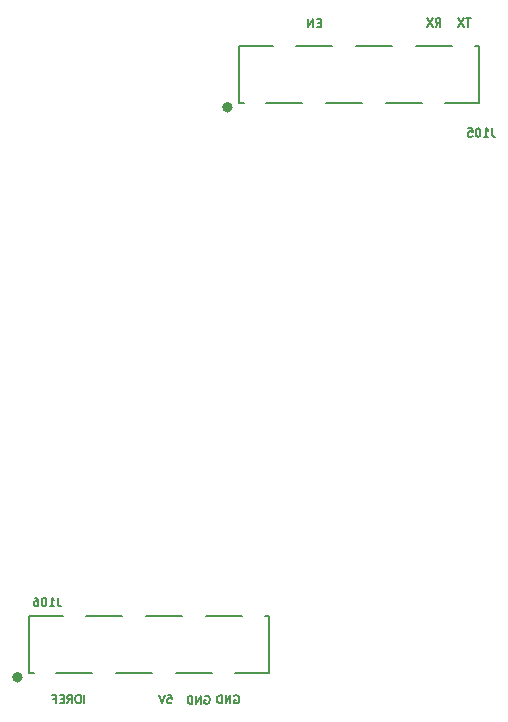
<source format=gbr>
G04 #@! TF.GenerationSoftware,KiCad,Pcbnew,(6.0.0-rc1-255-gd64ae52042)*
G04 #@! TF.CreationDate,2021-12-16T13:03:02+13:00*
G04 #@! TF.ProjectId,main_board,6d61696e-5f62-46f6-9172-642e6b696361,rev?*
G04 #@! TF.SameCoordinates,Original*
G04 #@! TF.FileFunction,Legend,Bot*
G04 #@! TF.FilePolarity,Positive*
%FSLAX46Y46*%
G04 Gerber Fmt 4.6, Leading zero omitted, Abs format (unit mm)*
G04 Created by KiCad (PCBNEW (6.0.0-rc1-255-gd64ae52042)) date 2021-12-16 13:03:02*
%MOMM*%
%LPD*%
G01*
G04 APERTURE LIST*
%ADD10C,0.175000*%
%ADD11C,0.200000*%
%ADD12C,0.500000*%
G04 APERTURE END LIST*
D10*
X160665516Y-112603655D02*
X160732183Y-112570321D01*
X160832183Y-112570321D01*
X160932183Y-112603655D01*
X160998850Y-112670321D01*
X161032183Y-112736988D01*
X161065516Y-112870321D01*
X161065516Y-112970321D01*
X161032183Y-113103655D01*
X160998850Y-113170321D01*
X160932183Y-113236988D01*
X160832183Y-113270321D01*
X160765516Y-113270321D01*
X160665516Y-113236988D01*
X160632183Y-113203655D01*
X160632183Y-112970321D01*
X160765516Y-112970321D01*
X160332183Y-113270321D02*
X160332183Y-112570321D01*
X159932183Y-113270321D01*
X159932183Y-112570321D01*
X159598850Y-113270321D02*
X159598850Y-112570321D01*
X159432183Y-112570321D01*
X159332183Y-112603655D01*
X159265516Y-112670321D01*
X159232183Y-112736988D01*
X159198850Y-112870321D01*
X159198850Y-112970321D01*
X159232183Y-113103655D01*
X159265516Y-113170321D01*
X159332183Y-113236988D01*
X159432183Y-113270321D01*
X159598850Y-113270321D01*
X170463383Y-55642200D02*
X170230050Y-55642200D01*
X170130050Y-56008866D02*
X170463383Y-56008866D01*
X170463383Y-55308866D01*
X170130050Y-55308866D01*
X169830050Y-56008866D02*
X169830050Y-55308866D01*
X169430050Y-56008866D01*
X169430050Y-55308866D01*
X183161783Y-55232666D02*
X182761783Y-55232666D01*
X182961783Y-55932666D02*
X182961783Y-55232666D01*
X182595116Y-55232666D02*
X182128450Y-55932666D01*
X182128450Y-55232666D02*
X182595116Y-55932666D01*
X184962600Y-64546066D02*
X184962600Y-65046066D01*
X184995933Y-65146066D01*
X185062600Y-65212733D01*
X185162600Y-65246066D01*
X185229266Y-65246066D01*
X184262600Y-65246066D02*
X184662600Y-65246066D01*
X184462600Y-65246066D02*
X184462600Y-64546066D01*
X184529266Y-64646066D01*
X184595933Y-64712733D01*
X184662600Y-64746066D01*
X183829266Y-64546066D02*
X183762600Y-64546066D01*
X183695933Y-64579400D01*
X183662600Y-64612733D01*
X183629266Y-64679400D01*
X183595933Y-64812733D01*
X183595933Y-64979400D01*
X183629266Y-65112733D01*
X183662600Y-65179400D01*
X183695933Y-65212733D01*
X183762600Y-65246066D01*
X183829266Y-65246066D01*
X183895933Y-65212733D01*
X183929266Y-65179400D01*
X183962600Y-65112733D01*
X183995933Y-64979400D01*
X183995933Y-64812733D01*
X183962600Y-64679400D01*
X183929266Y-64612733D01*
X183895933Y-64579400D01*
X183829266Y-64546066D01*
X182962600Y-64546066D02*
X183295933Y-64546066D01*
X183329266Y-64879400D01*
X183295933Y-64846066D01*
X183229266Y-64812733D01*
X183062600Y-64812733D01*
X182995933Y-64846066D01*
X182962600Y-64879400D01*
X182929266Y-64946066D01*
X182929266Y-65112733D01*
X182962600Y-65179400D01*
X182995933Y-65212733D01*
X183062600Y-65246066D01*
X183229266Y-65246066D01*
X183295933Y-65212733D01*
X183329266Y-65179400D01*
X148212600Y-104296066D02*
X148212600Y-104796066D01*
X148245933Y-104896066D01*
X148312600Y-104962733D01*
X148412600Y-104996066D01*
X148479266Y-104996066D01*
X147512600Y-104996066D02*
X147912600Y-104996066D01*
X147712600Y-104996066D02*
X147712600Y-104296066D01*
X147779266Y-104396066D01*
X147845933Y-104462733D01*
X147912600Y-104496066D01*
X147079266Y-104296066D02*
X147012600Y-104296066D01*
X146945933Y-104329400D01*
X146912600Y-104362733D01*
X146879266Y-104429400D01*
X146845933Y-104562733D01*
X146845933Y-104729400D01*
X146879266Y-104862733D01*
X146912600Y-104929400D01*
X146945933Y-104962733D01*
X147012600Y-104996066D01*
X147079266Y-104996066D01*
X147145933Y-104962733D01*
X147179266Y-104929400D01*
X147212600Y-104862733D01*
X147245933Y-104729400D01*
X147245933Y-104562733D01*
X147212600Y-104429400D01*
X147179266Y-104362733D01*
X147145933Y-104329400D01*
X147079266Y-104296066D01*
X146245933Y-104296066D02*
X146379266Y-104296066D01*
X146445933Y-104329400D01*
X146479266Y-104362733D01*
X146545933Y-104462733D01*
X146579266Y-104596066D01*
X146579266Y-104862733D01*
X146545933Y-104929400D01*
X146512600Y-104962733D01*
X146445933Y-104996066D01*
X146312600Y-104996066D01*
X146245933Y-104962733D01*
X146212600Y-104929400D01*
X146179266Y-104862733D01*
X146179266Y-104696066D01*
X146212600Y-104629400D01*
X146245933Y-104596066D01*
X146312600Y-104562733D01*
X146445933Y-104562733D01*
X146512600Y-104596066D01*
X146545933Y-104629400D01*
X146579266Y-104696066D01*
X180197983Y-55932666D02*
X180431316Y-55599333D01*
X180597983Y-55932666D02*
X180597983Y-55232666D01*
X180331316Y-55232666D01*
X180264650Y-55266000D01*
X180231316Y-55299333D01*
X180197983Y-55366000D01*
X180197983Y-55466000D01*
X180231316Y-55532666D01*
X180264650Y-55566000D01*
X180331316Y-55599333D01*
X180597983Y-55599333D01*
X179964650Y-55232666D02*
X179497983Y-55932666D01*
X179497983Y-55232666D02*
X179964650Y-55932666D01*
X163165516Y-112578255D02*
X163232183Y-112544921D01*
X163332183Y-112544921D01*
X163432183Y-112578255D01*
X163498850Y-112644921D01*
X163532183Y-112711588D01*
X163565516Y-112844921D01*
X163565516Y-112944921D01*
X163532183Y-113078255D01*
X163498850Y-113144921D01*
X163432183Y-113211588D01*
X163332183Y-113244921D01*
X163265516Y-113244921D01*
X163165516Y-113211588D01*
X163132183Y-113178255D01*
X163132183Y-112944921D01*
X163265516Y-112944921D01*
X162832183Y-113244921D02*
X162832183Y-112544921D01*
X162432183Y-113244921D01*
X162432183Y-112544921D01*
X162098850Y-113244921D02*
X162098850Y-112544921D01*
X161932183Y-112544921D01*
X161832183Y-112578255D01*
X161765516Y-112644921D01*
X161732183Y-112711588D01*
X161698850Y-112844921D01*
X161698850Y-112944921D01*
X161732183Y-113078255D01*
X161765516Y-113144921D01*
X161832183Y-113211588D01*
X161932183Y-113244921D01*
X162098850Y-113244921D01*
X157506250Y-112519521D02*
X157839583Y-112519521D01*
X157872916Y-112852855D01*
X157839583Y-112819521D01*
X157772916Y-112786188D01*
X157606250Y-112786188D01*
X157539583Y-112819521D01*
X157506250Y-112852855D01*
X157472916Y-112919521D01*
X157472916Y-113086188D01*
X157506250Y-113152855D01*
X157539583Y-113186188D01*
X157606250Y-113219521D01*
X157772916Y-113219521D01*
X157839583Y-113186188D01*
X157872916Y-113152855D01*
X157272916Y-112519521D02*
X157039583Y-113219521D01*
X156806250Y-112519521D01*
X150473583Y-113219521D02*
X150473583Y-112519521D01*
X150006916Y-112519521D02*
X149873583Y-112519521D01*
X149806916Y-112552855D01*
X149740250Y-112619521D01*
X149706916Y-112752855D01*
X149706916Y-112986188D01*
X149740250Y-113119521D01*
X149806916Y-113186188D01*
X149873583Y-113219521D01*
X150006916Y-113219521D01*
X150073583Y-113186188D01*
X150140250Y-113119521D01*
X150173583Y-112986188D01*
X150173583Y-112752855D01*
X150140250Y-112619521D01*
X150073583Y-112552855D01*
X150006916Y-112519521D01*
X149006916Y-113219521D02*
X149240250Y-112886188D01*
X149406916Y-113219521D02*
X149406916Y-112519521D01*
X149140250Y-112519521D01*
X149073583Y-112552855D01*
X149040250Y-112586188D01*
X149006916Y-112652855D01*
X149006916Y-112752855D01*
X149040250Y-112819521D01*
X149073583Y-112852855D01*
X149140250Y-112886188D01*
X149406916Y-112886188D01*
X148706916Y-112852855D02*
X148473583Y-112852855D01*
X148373583Y-113219521D02*
X148706916Y-113219521D01*
X148706916Y-112519521D01*
X148373583Y-112519521D01*
X147840250Y-112852855D02*
X148073583Y-112852855D01*
X148073583Y-113219521D02*
X148073583Y-112519521D01*
X147740250Y-112519521D01*
D11*
G04 #@! TO.C,J106*
X153177343Y-110638951D02*
X156225343Y-110638951D01*
X145811343Y-110638951D02*
X145811343Y-105812951D01*
X166131343Y-110638951D02*
X166131343Y-105812951D01*
X150637343Y-105812951D02*
X153685343Y-105812951D01*
X163210343Y-110638951D02*
X166131343Y-110638951D01*
X165750343Y-105812951D02*
X166131343Y-105812951D01*
X160797343Y-105812951D02*
X163845343Y-105812951D01*
X155717343Y-105812951D02*
X158765343Y-105812951D01*
X145811343Y-110638951D02*
X146192343Y-110638951D01*
X158257343Y-110638951D02*
X161305343Y-110638951D01*
X145811343Y-105812951D02*
X148652942Y-105812951D01*
X148097343Y-110638951D02*
X151145343Y-110638951D01*
D12*
X144995343Y-111019949D02*
G75*
G03*
X144995343Y-111019949I-200000J0D01*
G01*
D11*
G04 #@! TO.C,J105*
X168417343Y-57552951D02*
X171465343Y-57552951D01*
X173497343Y-57552951D02*
X176545343Y-57552951D01*
X176037343Y-62378951D02*
X179085343Y-62378951D01*
X163591343Y-57552951D02*
X166432942Y-57552951D01*
X180990343Y-62378951D02*
X183911343Y-62378951D01*
X163591343Y-62378951D02*
X163972343Y-62378951D01*
X165877343Y-62378951D02*
X168925343Y-62378951D01*
X183911343Y-62378951D02*
X183911343Y-57552951D01*
X183530343Y-57552951D02*
X183911343Y-57552951D01*
X178577343Y-57552951D02*
X181625343Y-57552951D01*
X163591343Y-62378951D02*
X163591343Y-57552951D01*
X170957343Y-62378951D02*
X174005343Y-62378951D01*
D12*
X162775343Y-62759949D02*
G75*
G03*
X162775343Y-62759949I-200000J0D01*
G01*
G04 #@! TD*
M02*

</source>
